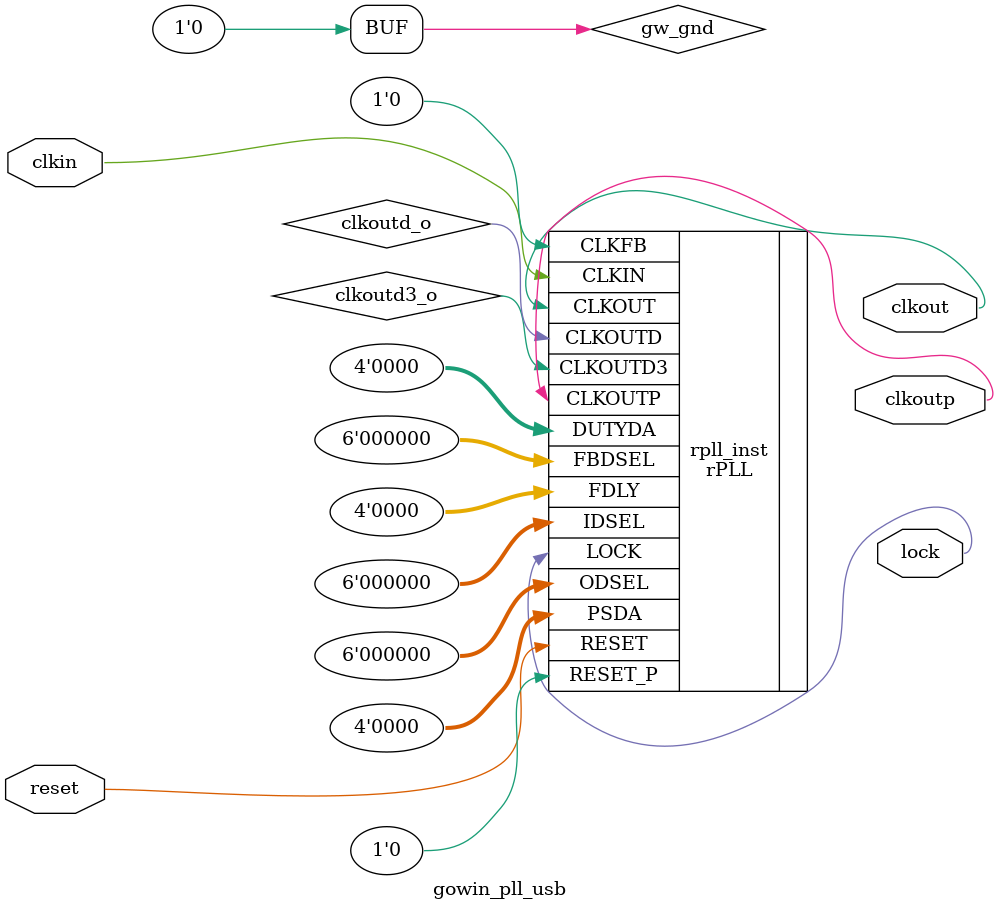
<source format=v>


module gowin_pll_usb (clkout, clkoutp, lock, reset, clkin);

output clkout;
output clkoutp;
output lock;
input reset;
input clkin;

wire clkoutd_o;
wire clkoutd3_o;
wire gw_gnd;

assign gw_gnd = 1'b0;

rPLL rpll_inst (
    .CLKOUT(clkout),
    .LOCK(lock),
    .CLKOUTP(clkoutp),
    .CLKOUTD(clkoutd_o),
    .CLKOUTD3(clkoutd3_o),
    .RESET(reset),
    .RESET_P(gw_gnd),
    .CLKIN(clkin),
    .CLKFB(gw_gnd),
    .FBDSEL({gw_gnd,gw_gnd,gw_gnd,gw_gnd,gw_gnd,gw_gnd}),
    .IDSEL({gw_gnd,gw_gnd,gw_gnd,gw_gnd,gw_gnd,gw_gnd}),
    .ODSEL({gw_gnd,gw_gnd,gw_gnd,gw_gnd,gw_gnd,gw_gnd}),
    .PSDA({gw_gnd,gw_gnd,gw_gnd,gw_gnd}),
    .DUTYDA({gw_gnd,gw_gnd,gw_gnd,gw_gnd}),
    .FDLY({gw_gnd,gw_gnd,gw_gnd,gw_gnd})
);

// 27 -> 12 Mhz low-speed USB clock
defparam rpll_inst.FCLKIN = "27";
defparam rpll_inst.IDIV_SEL = 8;
defparam rpll_inst.FBDIV_SEL = 3;
defparam rpll_inst.ODIV_SEL = 64;

defparam rpll_inst.DYN_IDIV_SEL = "false";
defparam rpll_inst.DYN_FBDIV_SEL = "false";
defparam rpll_inst.DYN_ODIV_SEL = "false";
defparam rpll_inst.PSDA_SEL = "1000";
defparam rpll_inst.DYN_DA_EN = "false";
defparam rpll_inst.DUTYDA_SEL = "1000";
defparam rpll_inst.CLKOUT_FT_DIR = 1'b1;
defparam rpll_inst.CLKOUTP_FT_DIR = 1'b1;
defparam rpll_inst.CLKOUT_DLY_STEP = 0;
defparam rpll_inst.CLKOUTP_DLY_STEP = 0;
defparam rpll_inst.CLKFB_SEL = "internal";
defparam rpll_inst.CLKOUT_BYPASS = "false";
defparam rpll_inst.CLKOUTP_BYPASS = "false";
defparam rpll_inst.CLKOUTD_BYPASS = "false";
defparam rpll_inst.DYN_SDIV_SEL = 2;
defparam rpll_inst.CLKOUTD_SRC = "CLKOUT";
defparam rpll_inst.CLKOUTD3_SRC = "CLKOUT";
defparam rpll_inst.DEVICE = "GW2AR-18";

endmodule //Gowin_rPLL

</source>
